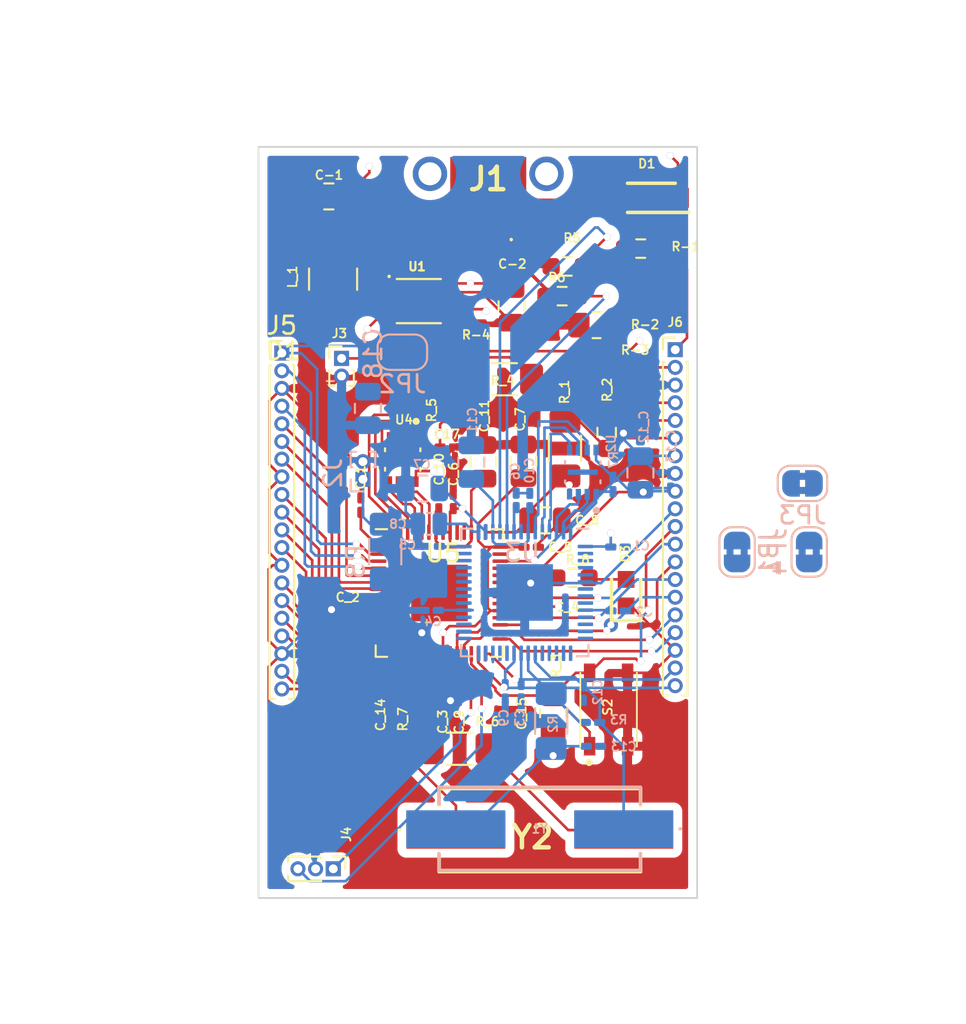
<source format=kicad_pcb>
(kicad_pcb (version 20211014) (generator pcbnew)
  (layers (0 "F.Cu" signal) (1 "In1.Cu" signal) (2 "In2.Cu" signal) (31 "B.Cu" signal) (34 "B.Paste" user) (35 "F.Paste" user) (36 "B.SilkS" user "B.Silkscreen") (37 "F.SilkS" user "F.Silkscreen") (38 "B.Mask" user) (39 "F.Mask" user) (44 "Edge.Cuts" user))
  (net 0 "")
  (net 1 "VSYS")
  (net 2 "GND")
  (net 3 "/TARGET/3V3")
  (net 4 "/debugger/1V1")
  (net 5 "/debugger/XIN")
  (net 6 "Net-(C13-Pad1)")
  (net 7 "Net-(C_8-Pad1)")
  (net 8 "/TARGET/1V1")
  (net 9 "/TARGET/XIN")
  (net 10 "Net-(C_15-Pad1)")
  (net 11 "VBUS")
  (net 12 "Net-(D3-Pad2)")
  (net 13 "USB_P-")
  (net 14 "USB_P+")
  (net 16 "Net-(J2-Pad1)")
  (net 17 "Net-(J3-Pad1)")
  (net 18 "SWCLK")
  (net 19 "SWDIO")
  (net 20 "/TARGET/GPIO0")
  (net 21 "/TARGET/GPIO1")
  (net 22 "/TARGET/GPIO2")
  (net 23 "/TARGET/GPIO3")
  (net 24 "/TARGET/GPIO4")
  (net 25 "/TARGET/GPIO5")
  (net 26 "/TARGET/GPIO6")
  (net 27 "/TARGET/GPIO7")
  (net 28 "/TARGET/GPIO8")
  (net 29 "/TARGET/GPIO9")
  (net 30 "/TARGET/GPIO10")
  (net 31 "/TARGET/GPIO11")
  (net 32 "/TARGET/GPIO12")
  (net 33 "/TARGET/GPIO13")
  (net 34 "/TARGET/GPIO14")
  (net 35 "/TARGET/GPIO15")
  (net 36 "3V3_EN")
  (net 37 "ADC_VREF")
  (net 38 "/TARGET/GPIO28_ADC2")
  (net 39 "/TARGET/GPIO27_ADC1")
  (net 40 "/TARGET/GPIO26_ADC0")
  (net 41 "/TARGET/RUN")
  (net 42 "/TARGET/GPIO22")
  (net 43 "/TARGET/GPIO21")
  (net 44 "/TARGET/GPIO20")
  (net 45 "/TARGET/GPIO19")
  (net 46 "/TARGET/GPIO18")
  (net 47 "/TARGET/GPIO17")
  (net 48 "/TARGET/GPIO16")
  (net 49 "TARGET_RX")
  (net 50 "TARGET_TX")
  (net 51 "Net-(L_1-Pad1)")
  (net 52 "Net-(L_1-Pad2)")
  (net 53 "GPIO24")
  (net 54 "GPIO23")
  (net 55 "/debugger/XOUT")
  (net 56 "/debugger/USB_DM")
  (net 57 "/debugger/USB_DP")
  (net 58 "/debugger/QSPI_CS")
  (net 59 "/TARGET/QSPI_CS")
  (net 60 "/TARGET/XOUT")
  (net 61 "/TARGET/GPIO25")
  (net 62 "/debugger/QSPI_SD2")
  (net 63 "/debugger/QSPI_SD1")
  (net 64 "/debugger/QSPI_SD3")
  (net 65 "/debugger/QSPI_SCK")
  (net 66 "/debugger/QSPI_SD0")
  (net 91 "/TARGET/QSPI_SD2")
  (net 92 "/TARGET/QSPI_SD1")
  (net 93 "/TARGET/QSPI_SD3")
  (net 94 "/TARGET/QSPI_SCK")
  (net 95 "/TARGET/QSPI_SD0")
  (net 100 "unconnected-(U3-Pad26)")
  (footprint "Capacitor_SMD:C_0201_0603Metric_Pad0.64x0.40mm_HandSolder" (layer "F.Cu") (at 118.52 73.59 90)
    (fp_text reference "C_10")
    (fp_text value "100n")
  )
  (footprint "MICRO USB B:101181930001LF" (layer "F.Cu") (at 121.32 55.12 180)
    (fp_text reference "J1")
    (fp_text value "USB_B_Micro" hide)
  )
  (footprint "Capacitor_SMD:C_0201_0603Metric_Pad0.64x0.40mm_HandSolder" (layer "F.Cu") (at 123.75 76.17)
    (fp_text reference "C_5")
    (fp_text value "100n")
  )
  (footprint "Capacitor_SMD:C_0805_2012Metric" (layer "F.Cu") (at 112.3 56.33 180)
    (fp_text reference "C-1")
    (fp_text value "47u")
  )
  (footprint "PTS810SJK250SMTRLFS:PTS810SJG250SMTRLFS" (layer "F.Cu") (at 128.13 85.35 90)
    (fp_text reference "S2")
    (fp_text value "PTS810SJK250SMTRLFS")
  )
  (footprint "Resistor_SMD:R_1206_3216Metric_Pad1.30x1.75mm_HandSolder" (layer "F.Cu") (at 125.66 70.59 -90)
    (fp_text reference "R_1")
    (fp_text value "1R")
  )
  (footprint "Resistor_SMD:R_0201_0603Metric_Pad0.64x0.40mm_HandSolder" (layer "F.Cu") (at 116.58 87.47 90)
    (fp_text reference "R_7")
    (fp_text value "DNP")
  )
  (footprint "Resistor_SMD:R_0603_1608Metric_Pad0.98x0.95mm_HandSolder" (layer "F.Cu") (at 128.02 69.67 -90)
    (fp_text reference "R_2")
    (fp_text value "200R")
  )
  (footprint "Resistor_SMD:R_0201_0603Metric_Pad0.64x0.40mm_HandSolder" (layer "F.Cu") (at 120.51 63.48)
    (fp_text reference "R-4")
    (fp_text value "100k")
  )
  (footprint "Resistor_SMD:R_0603_1608Metric_Pad0.98x0.95mm_HandSolder" (layer "F.Cu") (at 125.5 61.97)
    (fp_text reference "R6")
    (fp_text value "27")
  )
  (footprint "Capacitor_SMD:C_0201_0603Metric_Pad0.64x0.40mm_HandSolder" (layer "F.Cu") (at 123.22 87.49 90)
    (fp_text reference "C_15")
    (fp_text value "18p")
  )
  (footprint "Capacitor_SMD:C_0805_2012Metric" (layer "F.Cu") (at 124.53 74.65)
    (fp_text reference "C_8")
    (fp_text value "2u2")
  )
  (footprint "Capacitor_SMD:C_0201_0603Metric_Pad0.64x0.40mm_HandSolder" (layer "F.Cu") (at 113.43 79.73 180)
    (fp_text reference "C_2")
    (fp_text value "100n")
  )
  (footprint "Resistor_SMD:R_1206_3216Metric_Pad1.30x1.75mm_HandSolder" (layer "F.Cu") (at 122.22 66.67 180)
    (fp_text reference "R_4")
    (fp_text value "1K")
  )
  (footprint "Resistor_SMD:R_0805_2012Metric_Pad1.20x1.40mm_HandSolder" (layer "F.Cu") (at 124.99 85.56 -90)
    (fp_text reference "R_3")
    (fp_text value "10k")
  )
  (footprint "12MHz CRYSTAL:ABLS" (layer "F.Cu") (at 124.24 92.17)
    (fp_text reference "Y2")
    (fp_text value "12MHz" hide)
  )
  (footprint "Resistor_SMD:R_0201_0603Metric_Pad0.64x0.40mm_HandSolder" (layer "F.Cu") (at 118.97 68.44 90)
    (fp_text reference "R_5")
    (fp_text value "DNP")
  )
  (footprint "Capacitor_SMD:C_0805_2012Metric" (layer "F.Cu") (at 122.64 62.52 -90)
    (fp_text reference "C-2")
    (fp_text value "47u")
  )
  (footprint "Capacitor_SMD:C_0201_0603Metric_Pad0.64x0.40mm_HandSolder" (layer "F.Cu") (at 119.63 84.44 -90)
    (fp_text reference "C_9")
    (fp_text value "100n")
  )
  (footprint "Capacitor_SMD:C_0201_0603Metric_Pad0.64x0.40mm_HandSolder" (layer "F.Cu") (at 119.34 73.58 90)
    (fp_text reference "C_6")
    (fp_text value "100n")
  )
  (footprint "Connector_PinHeader_1.00mm:PinHeader_1x03_P1.00mm_Vertical" (layer "F.Cu") (at 112.55 94.36 -90)
    (fp_text reference "J4")
    (fp_text value "Conn_01x03")
  )
  (footprint "Connector_PinHeader_1.00mm:PinHeader_1x20_P1.00mm_Vertical" (layer "F.Cu") (at 109.64 65.19)
    (fp_text reference "J5")
    (fp_text value "Conn_01x20")
  )
  (footprint "schottky:SODFL3616X98N" (layer "F.Cu") (at 130.55 56.41 180)
    (fp_text reference "D1")
    (fp_text value "D_Schottky" hide)
  )
  (footprint "Resistor_SMD:R_0603_1608Metric_Pad0.98x0.95mm_HandSolder" (layer "F.Cu") (at 126.11 77.9)
    (fp_text reference "R_8")
    (fp_text value "470")
  )
  (footprint "Resistor_SMD:R_0603_1608Metric_Pad0.98x0.95mm_HandSolder" (layer "F.Cu") (at 129.95 59.28 180)
    (fp_text reference "R-1")
    (fp_text value "5K6")
  )
  (footprint "Connector_PinHeader_1.00mm:PinHeader_1x20_P1.00mm_Vertical" (layer "F.Cu") (at 131.9 65)
    (fp_text reference "J6")
    (fp_text value "Conn_01x20")
  )
  (footprint "Capacitor_SMD:C_0201_0603Metric_Pad0.64x0.40mm_HandSolder" (layer "F.Cu") (at 124.17 79.53)
    (fp_text reference "C_4")
    (fp_text value "100n")
  )
  (footprint "buck converter:SON50P250X250X80-11N" (layer "F.Cu") (at 117.39 62.25)
    (fp_text reference "U1")
    (fp_text value "RT6150B-33GQW")
  )
  (footprint "KiCad:LEDC1608X80N" (layer "F.Cu") (at 129.12 78.74 90)
    (fp_text reference "D3")
    (fp_text value "LED" hide)
  )
  (footprint "Connector_PinHeader_1.00mm:PinHeader_1x02_P1.00mm_Vertical" (layer "F.Cu") (at 113.02 65.49)
    (fp_text reference "J3")
    (fp_text value "Conn_01x02")
  )
  (footprint "Resistor_SMD:R_0603_1608Metric_Pad0.98x0.95mm_HandSolder" (layer "F.Cu") (at 125.79 60.29)
    (fp_text reference "R5")
    (fp_text value "27")
  )
  (footprint "Capacitor_SMD:C_0805_2012Metric" (layer "F.Cu") (at 121.05 71.34 90)
    (fp_text reference "C_11")
    (fp_text value "2u2")
  )
  (footprint "Package_DFN_QFN:QFN-56-1EP_7x7mm_P0.4mm_EP3.2x3.2mm" (layer "F.Cu") (at 118.56 78.76)
    (fp_text reference "U5")
    (fp_text value "RP2040 target")
  )
  (footprint "Capacitor_SMD:C_0201_0603Metric_Pad0.64x0.40mm_HandSolder" (layer "F.Cu") (at 114.11 73.79 90)
    (fp_text reference "C_1")
    (fp_text value "100n")
  )
  (footprint "Resistor_SMD:R_1206_3216Metric_Pad1.30x1.75mm_HandSolder" (layer "F.Cu") (at 119.7 87.57 180)
    (fp_text reference "R_6")
    (fp_text value "1k")
  )
  (footprint "Resistor_SMD:R_0201_0603Metric_Pad0.64x0.40mm_HandSolder" (layer "F.Cu") (at 127.89 65.08 180)
    (fp_text reference "R-3")
    (fp_text value "100k")
  )
  (footprint "W25Q16JVUXIQ_TR:IC_W25Q16JVUXIQ_TR" (layer "F.Cu") (at 116.48 71.21 -90)
    (fp_text reference "U4")
    (fp_text value "W25Q16JVUXIQ_TR")
  )
  (footprint "Capacitor_SMD:C_0201_0603Metric_Pad0.64x0.40mm_HandSolder" (layer "F.Cu") (at 118.72 84.44 -90)
    (fp_text reference "C_3")
    (fp_text value "100n")
  )
  (footprint "Inductor_SMD:L_1210_3225Metric_Pad1.42x2.65mm_HandSolder" (layer "F.Cu") (at 112.54 61.01 -90)
    (fp_text reference "L_1")
    (fp_text value "2u2")
  )
  (footprint "Resistor_SMD:R_0805_2012Metric_Pad1.20x1.40mm_HandSolder" (layer "F.Cu") (at 127.45 63.61 180)
    (fp_text reference "R-2")
    (fp_text value "10K")
  )
  (footprint "Capacitor_SMD:C_0201_0603Metric_Pad0.64x0.40mm_HandSolder" (layer "F.Cu") (at 119 70.5)
    (fp_text reference "C17")
    (fp_text value "100n")
  )
  (footprint "Capacitor_SMD:C_0201_0603Metric_Pad0.64x0.40mm_HandSolder" (layer "F.Cu") (at 115.21 87.49 -90)
    (fp_text reference "C_14")
    (fp_text value "18p")
  )
  (footprint "Capacitor_SMD:C_0805_2012Metric" (layer "F.Cu") (at 123.31 71.31 90)
    (fp_text reference "C_7")
    (fp_text value "2u2")
  )
  (footprint "Jumper:SolderJumper-2_P1.3mm_Bridged2Bar_RoundedPad1.0x1.5mm" (layer "B.Cu") (at 116.46 65.14)
    (fp_text reference "JP2")
    (fp_text value "SolderJumper_2_Bridged")
  )
  (footprint "Capacitor_SMD:C_0201_0603Metric_Pad0.64x0.40mm_HandSolder" (layer "B.Cu") (at 118.15 76.12 180)
    (fp_text reference "C5")
    (fp_text value "100n")
  )
  (footprint "Capacitor_SMD:C_0201_0603Metric_Pad0.64x0.40mm_HandSolder" (layer "B.Cu") (at 128.66 76.16)
    (fp_text reference "C1")
    (fp_text value "100n")
  )
  (footprint "Capacitor_SMD:C_0201_0603Metric_Pad0.64x0.40mm_HandSolder" (layer "B.Cu") (at 123.67 73.53 90)
    (fp_text reference "C10")
    (fp_text value "100n")
  )
  (footprint "Jumper:SolderJumper-2_P1.3mm_Bridged2Bar_RoundedPad1.0x1.5mm" (layer "B.Cu") (at 139.48 76.44 -90)
    (fp_text reference "JP4")
    (fp_text value "SolderJumper_2_Bridged")
  )
  (footprint "Capacitor_SMD:C_0201_0603Metric_Pad0.64x0.40mm_HandSolder" (layer "B.Cu") (at 126.7 84.42 -90)
    (fp_text reference "C12")
    (fp_text value "18p")
  )
  (footprint "Capacitor_SMD:C_0201_0603Metric_Pad0.64x0.40mm_HandSolder" (layer "B.Cu") (at 127.27 87.43)
    (fp_text reference "C13")
    (fp_text value "18p")
  )
  (footprint "Capacitor_SMD:C_0201_0603Metric_Pad0.64x0.40mm_HandSolder" (layer "B.Cu") (at 122.28 84.35 -90)
    (fp_text reference "C9")
    (fp_text value "100n")
  )
  (footprint "Jumper:SolderJumper-2_P1.3mm_Bridged2Bar_RoundedPad1.0x1.5mm" (layer "B.Cu") (at 139.1 72.56)
    (fp_text reference "JP3")
    (fp_text value "SolderJumper_2_Bridged")
  )
  (footprint "Capacitor_SMD:C_0201_0603Metric_Pad0.64x0.40mm_HandSolder" (layer "B.Cu") (at 122.9 73.52 90)
    (fp_text reference "C6")
    (fp_text value "100n")
  )
  (footprint "Capacitor_SMD:C_0504_1310Metric_Pad0.83x1.28mm_HandSolder" (layer "B.Cu") (at 117.96 74.85)
    (fp_text reference "C8")
    (fp_text value "1u")
  )
  (footprint "Capacitor_SMD:C_0805_2012Metric" (layer "B.Cu") (at 129.93 71.97 90)
    (fp_text reference "C_12")
    (fp_text value "2u2")
  )
  (footprint "Capacitor_SMD:C_0201_0603Metric_Pad0.64x0.40mm_HandSolder" (layer "B.Cu") (at 123.18 84.34 -90)
    (fp_text reference "C3")
    (fp_text value "100n")
  )
  (footprint "Capacitor_SMD:C_0805_2012Metric" (layer "B.Cu") (at 117.6 72.85 180)
    (fp_text reference "C7")
    (fp_text value "2u2")
  )
  (footprint "Capacitor_SMD:C_0201_0603Metric_Pad0.64x0.40mm_HandSolder" (layer "B.Cu") (at 128.67 79.77)
    (fp_text reference "C2")
    (fp_text value "100n")
  )
  (footprint "Capacitor_SMD:C_0201_0603Metric_Pad0.64x0.40mm_HandSolder" (layer "B.Cu") (at 118.09 79.74 180)
    (fp_text reference "C4")
    (fp_text value "100n")
  )
  (footprint "Resistor_SMD:R_1206_3216Metric_Pad1.30x1.75mm_HandSolder" (layer "B.Cu") (at 124.88 86 90)
    (fp_text reference "R2")
    (fp_text value "1k")
  )
  (footprint "Capacitor_SMD:C_0805_2012Metric" (layer "B.Cu") (at 120.36 71.36 90)
    (fp_text reference "C11")
    (fp_text value "2u2")
  )
  (footprint "Connector_PinHeader_1.00mm:PinHeader_1x02_P1.00mm_Vertical" (layer "B.Cu") (at 114.23 72.33)
    (fp_text reference "J2")
    (fp_text value "Conn_01x02")
  )
  (footprint "Capacitor_SMD:C_0201_0603Metric_Pad0.64x0.40mm_HandSolder" (layer "B.Cu") (at 131.64 72.42 90)
    (fp_text reference "C_13")
    (fp_text value "100n")
  )
  (footprint "Resistor_SMD:R_0201_0603Metric_Pad0.64x0.40mm_HandSolder" (layer "B.Cu") (at 128.38 72.62 -90)
    (fp_text reference "R7")
    (fp_text value "DNP")
  )
  (footprint "Resistor_SMD:R_1206_3216Metric_Pad1.30x1.75mm_HandSolder" (layer "B.Cu") (at 115.49 76.42 -90)
    (fp_text reference "R8")
    (fp_text value "1K")
  )
  (footprint "Jumper:SolderJumper-2_P1.3mm_Bridged2Bar_RoundedPad1.0x1.5mm" (layer "B.Cu") (at 135.4 76.44 90)
    (fp_text reference "JP1")
    (fp_text value "SolderJumper_2_Bridged")
  )
  (footprint "12MHz CRYSTAL:ABLS" (layer "B.Cu") (at 124.23 92.1 180)
    (fp_text reference "Y1")
    (fp_text value "12MHz" hide)
  )
  (footprint "Package_DFN_QFN:QFN-56-1EP_7x7mm_P0.4mm_EP3.2x3.2mm" (layer "B.Cu") (at 123.38 78.73 180)
    (fp_text reference "U3")
    (fp_text value "RP2040 debugger")
  )
  (footprint "W25Q16JVUXIQ_TR:IC_W25Q16JVUXIQ_TR" (layer "B.Cu") (at 126.67 71.9225 90)
    (fp_text reference "U2")
    (fp_text value "W25Q16JVUXIQ_TR")
  )
  (footprint "Resistor_SMD:R_0201_0603Metric_Pad0.64x0.40mm_HandSolder" (layer "B.Cu") (at 127.22 86.08 180)
    (fp_text reference "R3")
    (fp_text value "DNP")
  )
  (footprint "Capacitor_SMD:C_0805_2012Metric" (layer "B.Cu") (at 114.51 68.32 -90)
    (fp_text reference "C18")
    (fp_text value "2u2")
  )
  (gr_rect (start 108.32 53.53) (end 133.14 96.01) (layer "Edge.Cuts") (width 0.1) (fill none))
  (gr_text "D1\n" (at 109.73 65.07) (layer "F.SilkS") (effects (font (size 1 1))))
  (segment (start 119.92 62.71) (end 121.1 62.71) (width 0.15) (layer "F.Cu") (net 1))
  (segment (start 129.3 65.08) (end 129.89 64.49) (width 0.15) (layer "F.Cu") (net 1))
  (segment (start 129.2175 66) (end 128.2975 65.08) (width 0.15) (layer "F.Cu") (net 1))
  (segment (start 128.2975 65.08) (end 129.3 65.08) (width 0.15) (layer "F.Cu") (net 1))
  (segment (start 119.46 62.25) (end 118.595 62.25) (width 0.15) (layer "F.Cu") (net 1))
  (segment (start 132.05 56.41) (end 132.05 54.45) (width 0.15) (layer "F.Cu") (net 1))
  (segment (start 116.185 63.25) (end 115.04 63.25) (width 0.15) (layer "F.Cu") (net 1))
  (segment (start 115.04 63.25) (end 114.48 63.81) (width 0.15) (layer "F.Cu") (net 1))
  (segment (start 119.92 62.71) (end 119.46 62.25) (width 0.15) (layer "F.Cu") (net 1))
  (segment (start 114.59 54.99) (end 114.59 54.63) (width 0.15) (layer "F.Cu") (net 1))
  (segment (start 121.1 62.71) (end 121.2 62.81) (width 0.15) (layer "F.Cu") (net 1))
  (segment (start 113.25 56.33) (end 114.59 54.99) (width 0.15) (layer "F.Cu") (net 1))
  (segment (start 132.05 54.45) (end 131.62 54.02) (width 0.15) (layer "F.Cu") (net 1))
  (segment (start 131.9 66) (end 129.2175 66) (width 0.15) (layer "F.Cu") (net 1))
  (via (at 121.2 62.81) (size 0.4) (drill 0.4) (layers "F.Cu" "B.Cu") (net 1))
  (via (at 114.59 54.63) (size 0.4) (drill 0.4) (layers "F.Cu" "B.Cu") (net 1))
  (via (at 114.48 63.81) (size 0.4) (drill 0.4) (layers "F.Cu" "B.Cu") (net 1))
  (via (at 129.89 64.49) (size 0.4) (drill 0.4) (layers "F.Cu" "B.Cu") (net 1))
  (via (at 131.62 54.02) (size 0.4) (drill 0.4) (layers "F.Cu" "B.Cu") (net 1))
  (segment (start 118.96533 70.975) (end 119.4075 70.53283) (width 0.15) (layer "F.Cu") (net 2))
  (segment (start 117.56 82.1975) (end 117.56 81.01) (width 0.15) (layer "F.Cu") (net 2))
  (segment (start 114.58 68.98) (end 114.58 73.299949) (width 0.15) (layer "F.Cu") (net 2))
  (segment (start 109.64 82.19) (end 108.895 82.935) (width 0.15) (layer "F.Cu") (net 2))
  (segment (start 120.02 59.57) (end 119.95 59.64) (width 0.15) (layer "F.Cu") (net 2))
  (segment (start 111.82 67.19) (end 112.14 66.87) (width 0.15) (layer "F.Cu") (net 2))
  (segment (start 117.23 69.51) (end 118.7075 68.0325) (width 0.15) (layer "F.Cu") (net 2))
  (segment (start 109.64 82.19) (end 108.895 81.445) (width 0.15) (layer "F.Cu") (net 2))
  (segment (start 117.69 70.76) (end 117.905 70.975) (width 0.15) (layer "F.Cu") (net 2))
  (segment (start 125.79 74.65) (end 126.76 73.68) (width 0.15) (layer "F.Cu") (net 2))
  (segment (start 117.23 69.96) (end 117.23 69.51) (width 0.15) (layer "F.Cu") (net 2))
  (segment (start 109.12 77.19) (end 109.64 77.19) (width 0.15) (layer "F.Cu") (net 2))
  (segment (start 119.4075 70.53283) (end 119.4075 70.5) (width 0.15) (layer "F.Cu") (net 2))
  (segment (start 130.875 80.255) (end 130.515 80.615) (width 0.15) (layer "F.Cu") (net 2))
  (segment (start 122.64 63.47) (end 123.46 63.47) (width 0.15) (layer "F.Cu") (net 2))
  (segment (start 118.56 80.01) (end 118.56 78.76) (width 0.15) (layer "F.Cu") (net 2))
  (segment (start 109.64 72.19) (end 108.94 71.49) (width 0.15) (layer "F.Cu") (net 2))
  (segment (start 114.11 73.3825) (end 114.11 71.66) (width 0.15) (layer "F.Cu") (net 2))
  (segment (start 115.73 69.96) (end 115.73 70.46) (width 0.15) (layer "F.Cu") (net 2))
  (segment (start 109.64 67.19) (end 111.82 67.19) (width 0.15) (layer "F.Cu") (net 2))
  (segment (start 117.665 70.785) (end 117.69 70.76) (width 0.15) (layer "F.Cu") (net 2))
  (segment (start 114.58 73.299949) (end 115.96 74.679948) (width 0.15) (layer "F.Cu") (net 2))
  (segment (start 118.7075 68.0325) (end 118.97 68.0325) (width 0.15) (layer "F.Cu") (net 2))
  (segment (start 120.92 61.75) (end 120.94 61.77) (width 0.15) (layer "F.Cu") (net 2))
  (segment (start 108.94 67.89) (end 109.64 67.19) (width 0.15) (layer "F.Cu") (net 2))
  (segment (start 119.1825 84.8475) (end 119.63 84.8475) (width 0.15) (layer "F.Cu") (net 2))
  (segment (start 124.1575 76.17) (end 124.1575 75.9725) (width 0.15) (layer "F.Cu") (net 2))
  (segment (start 120.9175 63.48) (end 122.63 63.48) (width 0.15) (layer "F.Cu") (net 2))
  (segment (start 117.56 81.01) (end 118.56 80.01) (width 0.15) (layer "F.Cu") (net 2))
  (segment (start 108.94 71.49) (end 108.94 67.89) (width 0.15) (layer "F.Cu") (net 2))
  (segment (start 112.63 66.88) (end 112.13 66.88) (width 0.15) (layer "F.Cu") (net 2))
  (segment (start 113.0225 79.73) (end 112.48 79.73) (width 0.15) (layer "F.Cu") (net 2))
  (segment (start 124.1575 75.9725) (end 125.48 74.65) (width 0.15) (layer "F.Cu") (net 2))
  (segment (start 117.89 61.75) (end 118.595 61.75) (width 0.15) (layer "F.Cu") (net 2))
  (segment (start 117.23 69.46) (end 116.455 68.685) (width 0.15) (layer "F.Cu") (net 2))
  (segment (start 119.34 71) (end 119.34 70.5675) (width 0.15) (layer "F.Cu") (net 2))
  (segment (start 117.23 69.96) (end 117.23 69.46) (width 0.15) (layer "F.Cu") (net 2))
  (segment (start 108.895 81.445) (end 108.895 77.415) (width 0.15) (layer "F.Cu") (net 2))
  (segment (start 122.63 63.48) (end 122.64 63.47) (width 0.15) (layer "F.Cu") (net 2))
  (segment (start 129.205 83.275) (end 130.625 83.275) (width 0.15) (layer "F.Cu") (net 2))
  (segment (start 114.875 68.685) (end 114.58 68.98) (width 0.15) (layer "F.Cu") (net 2))
  (segment (start 125.48 74.65) (end 125.79 74.65) (width 0.15) (layer "F.Cu") (net 2))
  (segment (start 125.96 63.12) (end 126.45 63.61) (width 0.15) (layer "F.Cu") (net 2))
  (segment (start 124.37 63.12) (end 125.96 63.12) (width 0.15) (layer "F.Cu") (net 2))
  (segment (start 112.48 79.73) (end 112.45 79.7) (width 0.15) (layer "F.Cu") (net 2))
  (segment (start 129.39 79.49) (end 130.515 80.615) (width 0.15) (layer "F.Cu") (net 2))
  (segment (start 108.895 82.935) (end 108.895 85.47) (width 0.15) (layer "F.Cu") (net 2))
  (segment (start 116.185 62.25) (end 117.39 62.25) (width 0.15) (layer "F.Cu") (net 2))
  (segment (start 118.72 84.8475) (end 118.72 84.92) (width 0.15) (layer "F.Cu") (net 2))
  (segment (start 118.72 84.8475) (end 119.1825 84.8475) (width 0.15) (layer "F.Cu") (net 2))
  (segment (start 118.97 68.0325) (end 119.3075 68.0325) (width 0.15) (layer "F.Cu") (net 2))
  (segment (start 130.875 78.025) (end 130.875 80.255) (width 0.15) (layer "F.Cu") (net 2))
  (segment (start 117.905 70.975) (end 118.96533 70.975) (width 0.15) (layer "F.Cu") (net 2))
  (segment (start 119.34 70.5675) (end 119.4075 70.5) (width 0.15) (layer "F.Cu") (net 2))
  (segment (start 117.39 62.25) (end 117.89 61.75) (width 0.15) (layer "F.Cu") (net 2))
  (segment (start 119.33 73.1825) (end 119.34 73.1725) (width 0.15) (layer "F.Cu") (net 2))
  (segment (start 115.96 74.679948) (end 115.96 75.3225) (width 0.15) (layer "F.Cu") (net 2))
  (segment (start 108.94 72.89) (end 109.64 72.19) (width 0.15) (layer "F.Cu") (net 2))
  (segment (start 118.52 73.1825) (end 119.33 73.1825) (width 0.15) (layer "F.Cu") (net 2))
  (segment (start 129.205 87.425) (end 129.205 83.275) (width 0.15) (layer "F.Cu") (net 2))
  (segment (start 119.34 73.1725) (end 119.34 71.97) (width 0.15) (layer "F.Cu") (net 2))
  (segment (start 118.595 61.75) (end 120.92 61.75) (width 0.15) (layer "F.Cu") (net 2))
  (segment (start 130.515 80.615) (end 131.9 82) (width 0.15) (layer "F.Cu") (net 2))
  (segment (start 114.11 71.66) (end 109.64 67.19) (width 0.15) (layer "F.Cu") (net 2))
  (segment (start 119.34 71.97) (end 119.34 71) (width 0.15) (layer "F.Cu") (net 2))
  (segment (start 130.625 83.275) (end 131.9 82) (width 0.15) (layer "F.Cu") (net 2))
  (segment (start 116.055 70.785) (end 117.665 70.785) (width 0.15) (layer "F.Cu") (net 2))
  (segment (start 123.81 63.12) (end 124.37 63.12) (width 0.15) (layer "F.Cu") (net 2))
  (segment (start 108.94 76.49) (end 108.94 72.89) (width 0.15) (layer "F.Cu") (net 2))
  (segment (start 131.9 77) (end 130.875 78.025) (width 0.15) (layer "F.Cu") (net 2))
  (segment (start 115.73 70.46) (end 116.055 70.785) (width 0.15) (layer "F.Cu") (net 2))
  (segment (start 109.64 77.19) (end 108.94 76.49) (width 0.15) (layer "F.Cu") (net 2))
  (segment (start 125.29 79.53) (end 125.3 79.52) (width 0.15) (layer "F.Cu") (net 2))
  (segment (start 108.895 77.415) (end 109.12 77.19) (width 0.15) (layer "F.Cu") (net 2))
  (segment (start 116.455 68.685) (end 114.875 68.685) (width 0.15) (layer "F.Cu") (net 2))
  (segment (start 124.5775 79.53) (end 125.29 79.53) (width 0.15) (layer "F.Cu") (net 2))
  (segment (start 123.46 63.47) (end 123.81 63.12) (width 0.15) (layer "F.Cu") (net 2))
  (segment (start 119.3075 68.0325) (end 120.67 66.67) (width 0.15) (layer "F.Cu") (net 2))
  (segment (start 120.02 57.725) (end 120.02 59.57) (width 0.15) (layer "F.Cu") (net 2))
  (segment (start 129.12 79.49) (end 129.39 79.49) (width 0.15) (layer "F.Cu") (net 2))
  (segment (start 120.94 61.77) (end 122.64 63.47) (width 0.15) (layer "F.Cu") (net 2))
  (segment (start 113.02 66.49) (end 112.63 66.88) (width 0.15) (layer "F.Cu") (net 2))
  (via (at 117.56 81.01) (size 0.4) (drill 0.4) (layers "F.Cu" "B.Cu") (net 2))
  (via (at 119.1825 84.8475) (size 0.4) (drill 0.4) (layers "F.Cu" "B.Cu") (net 2))
  (via (at 125.3 79.52) (size 0.4) (drill 0.4) (layers "F.Cu" "B.Cu") (net 2))
  (via (at 112.45 79.7) (size 0.4) (drill 0.4) (layers "F.Cu" "B.Cu") (net 2))
  (segment (start 116.62 72.82) (end 116.65 72.85) (width 0.15) (layer "B.Cu") (net 2))
  (segment (start 117.6825 79.74) (end 117.7 79.7575) (width 0.15) (layer "B.Cu") (net 2))
  (segment (start 112.13 79.7) (end 112.42 79.7) (width 0.15) (layer "B.Cu") (net 2))
  (segment (start 117.3325 74.85) (end 117.3325 75.71) (width 0.15) (layer "B.Cu") (net 2))
  (segment (start 114.23 72.33) (end 114.23 74.45) (width 0.15) (layer "B.Cu") (net 2))
  (segment (start 114.23 74.45) (end 114.65 74.87) (width 0.15) (layer "B.Cu") (net 2))
  (segment (start 123.66 73.1125) (end 123.67 73.1225) (width 0.15) (layer "B.Cu") (net 2))
  (segment (start 114.65 74.87) (end 115.49 74.87) (width 0.15) (layer "B.Cu") (net 2))
  (segment (start 122.9 73.1125) (end 123.66 73.1125) (width 0.15) (layer "B.Cu") (net 2))
  (segment (start 123.17 84.7575) (end 123.18 84.7475) (width 0.15) (layer "B.Cu") (net 2))
  (segment (start 117.7425 79.68) (end 117.6825 79.74) (width 0.15) (layer "B.Cu") (net 2))
  (segment (start 117.3325 75.71) (end 117.7425 76.12) (width 0.15) (layer "B.Cu") (net 2))
  (segment (start 116.65 72.85) (end 116.65 74.1675) (width 0.15) (layer "B.Cu") (net 2))
  (segment (start 116.65 74.1675) (end 117.3325 74.85) (width 0.15) (layer "B.Cu") (net 2))
  (segment (start 109.64 82.19) (end 112.13 79.7) (width 0.15) (layer "B.Cu") (net 2))
  (segment (start 118.76 75.3225) (end 119.16 75.3225) (width 0.15) (layer "F.Cu") (net 3))
  (segment (start 120.575 80.635) (end 121.45 79.76) (width 0.15) (layer "F.Cu") (net 3))
  (segment (start 118.2025 71.8625) (end 118.225 71.885) (width 0.15) (layer "F.Cu") (net 3))
  (segment (start 117.23 71.8625) (end 118.2025 71.8625) (width 0.15) (layer "F.Cu") (net 3))
  (segment (start 119.8575 73.9875) (end 119.86 73.99) (width 0.15) (layer "F.Cu") (net 3))
  (segment (start 123.7 77.36) (end 123.73 77.39) (width 0.15) (layer "F.Cu") (net 3))
  (segment (start 118.595 61.25) (end 120.31 61.25) (width 0.15) (layer "F.Cu") (net 3))
  (segment (start 124.32 77.39) (end 128.54 73.17) (width 0.15) (layer "F.Cu") (net 3))
  (segment (start 118.76 80.995356) (end 119.120356 80.635) (width 0.15) (layer "F.Cu") (net 3))
  (segment (start 113.8675 79.76) (end 113.8375 79.73) (width 0.15) (layer "F.Cu") (net 3))
  (segment (start 115.1225 76.16) (end 115.619619 76.16) (width 0.15) (layer "F.Cu") (net 3))
  (segment (start 120.76 74.825381) (end 120.76 75.3225) (width 0.15) (layer "F.Cu") (net 3))
  (segment (start 121.285 76.375381) (end 121.285 79.595) (width 0.15) (layer "F.Cu") (net 3))
  (segment (start 119.16 74.1675) (end 119.34 73.9875) (width 0.15) (layer "F.Cu") (net 3))
  (segment (start 115.835 79.55) (end 115.625 79.76) (width 0.15) (layer "F.Cu") (net 3))
  (segment (start 118.74 83.6025) (end 118.74 82.2175) (width 0.15) (layer "F.Cu") (net 3))
  (segment (start 128.02 68.7575) (end 128.2625 69) (width 0.15) (layer "F.Cu") (net 3))
  (segment (start 118.225 71.885) (end 118.28 71.94) (width 0.15) (layer "F.Cu") (net 3))
  (segment (start 120.76 75.819619) (end 121.100381 76.16) (width 0.15) (layer "F.Cu") (net 3))
  (segment (start 123.31 72.26) (end 123.31 72.275381) (width 0.15) (layer "F.Cu") (net 3))
  (segment (start 121.9975 79.76) (end 123.5325 79.76) (width 0.15) (layer "F.Cu") (net 3))
  (segment (start 123.31 72.275381) (end 122.25269 73.33269) (width 0.15) (layer "F.Cu") (net 3))
  (segment (start 118.76 82.1975) (end 118.76 80.995356) (width 0.15) (layer "F.Cu") (net 3))
  (segment (start 116.185 61.25) (end 116.46 60.975) (width 0.15) (layer "F.Cu") (net 3))
  (segment (start 128.54 73.17) (end 128.66 73.05) (width 0.15) (layer "F.Cu") (net 3))
  (segment (start 121.100381 76.16) (end 121.9975 76.16) (width 0.15) (layer "F.Cu") (net 3))
  (segment (start 118.72 83.6225) (end 118.74 83.6025) (width 0.15) (layer "F.Cu") (net 3))
  (segment (start 122.25269 73.33269) (end 120.76 74.825381) (width 0.15) (layer "F.Cu") (net 3))
  (segment (start 121.500381 76.16) (end 121.285 76.375381) (width 0.15) (layer "F.Cu") (net 3))
  (segment (start 128.2625 69) (end 131.9 69) (width 0.15) (layer "F.Cu") (net 3))
  (segment (start 122.0075 76.17) (end 121.9975 76.16) (width 0.15) (layer "F.Cu") (net 3))
  (segment (start 121.9975 77.36) (end 123.7 77.36) (width 0.15) (layer "F.Cu") (net 3))
  (segment (start 121.9975 76.96) (end 123.9 76.96) (width 0.15) (layer "F.Cu") (net 3))
  (segment (start 114.11 74.1975) (end 114.11 75.1475) (width 0.15) (layer "F.Cu") (net 3))
  (segment (start 116.46 60.975) (end 118.32 60.975) (width 0.15) (layer "F.Cu") (net 3))
  (segment (start 118.32 60.975) (end 118.595 61.25) (width 0.15) (layer "F.Cu") (net 3))
  (segment (start 121.285 79.595) (end 121.45 79.76) (width 0.15) (layer "F.Cu") (net 3))
  (segment (start 118.74 82.2175) (end 118.76 82.1975) (width 0.15) (layer "F.Cu") (net 3))
  (segment (start 119.16 75.3225) (end 119.16 75.819619) (width 0.15) (layer "F.Cu") (net 3))
  (segment (start 114.11 75.1475) (end 115.1225 76.16) (width 0.15) (layer "F.Cu") (net 3))
  (segment (start 119.34 73.9875) (end 119.8575 73.9875) (width 0.15) (layer "F.Cu") (net 3))
  (segment (start 120.31 61.25) (end 122.32 61.25) (width 0.15) (layer "F.Cu") (net 3))
  (segment (start 118.72 84.0325) (end 118.72 83.6225) (width 0.15) (layer "F.Cu") (net 3))
  (segment (start 128.66 73.05) (end 130.09 73.05) (width 0.15) (layer "F.Cu") (net 3))
  (segment (start 118.5925 69.7875) (end 118.5925 69.225) (width 0.15) (layer "F.Cu") (net 3))
  (segment (start 119.16 75.3225) (end 119.16 74.1675) (width 0.15) (layer "F.Cu") (net 3))
  (segment (start 120.76 75.819619) (end 120.76 75.3225) (width 0.15) (layer "F.Cu") (net 3))
  (segment (start 115.619619 76.16) (end 115.835 76.375381) (width 0.15) (layer "F.Cu") (net 3))
  (segment (start 118.5925 69.225) (end 118.97 68.8475) (width 0.15) (layer "F.Cu") (net 3))
  (segment (start 123.73 77.39) (end 124.32 77.39) (width 0.15) (layer "F.Cu") (net 3))
  (segment (start 115.1225 79.76) (end 113.8675 79.76) (width 0.15) (layer "F.Cu") (net 3))
  (segment (start 123.3425 76.17) (end 122.0075 76.17) (width 0.15) (layer "F.Cu") (net 3))
  (segment (start 115.835 76.375381) (end 115.835 79.55) (width 0.15) (layer "F.Cu") (net 3))
  (segment (start 117.23 72.46) (end 117.23 71.8625) (width 0.15) (layer "F.Cu") (net 3))
  (segment (start 115.625 79.76) (end 115.1225 79.76) (width 0.15) (layer "F.Cu") (net 3))
  (segment (start 123.9 76.96) (end 123.945 76.915) (width 0.15) (layer "F.Cu") (net 3))
  (segment (start 119.120356 80.635) (end 120.575 80.635) (width 0.15) (layer "F.Cu") (net 3))
  (segment (start 121.45 79.76) (end 121.9975 79.76) (width 0.15) (layer "F.Cu") (net 3))
  (segment (start 123.5325 79.76) (end 123.7625 79.53) (width 0.15) (layer "F.Cu") (net 3))
  (segment (start 118.5925 70.5) (end 118.5925 69.7875) (width 0.15) (layer "F.Cu") (net 3))
  (segment (start 122.32 61.25) (end 122.64 61.57) (width 0.15) (layer "F.Cu") (net 3))
  (segment (start 121.9975 76.16) (end 121.500381 76.16) (width 0.15) (layer "F.Cu") (net 3))
  (via (at 118.76 80.995356) (size 0.4) (drill 0.4) (layers "F.Cu" "B.Cu") (net 3))
  (via (at 120.31 61.25) (size 0.4) (drill 0.4) (layers "F.Cu" "B.Cu") (net 3))
  (via (at 118.5925 69.7875) (size 0.4) (drill 0.4) (layers "F.Cu" "B.Cu") (net 3))
  (via (at 119.8575 73.9875) (size 0.4) (drill 0.4) (layers "F.Cu" "B.Cu") (net 3))
  (via (at 130.09 73.05) (size 0.4) (drill 0.4) (layers "F.Cu" "B.Cu") (net 3))
  (via (at 128.25 75.38) (size 0.4) (drill 0.4) (layers "F.Cu" "B.Cu") (net 3))
  (via (at 123.945 76.915) (size 0.4) (drill 0.4) (layers "F.Cu" "B.Cu") (net 3))
  (via (at 128.97 69.72) (size 0.4) (drill 0.4) (layers "F.Cu" "B.Cu") (net 3))
  (via (at 118.225 71.885) (size 0.4) (drill 0.4) (layers "F.Cu" "B.Cu") (net 3))
  (segment (start 126.92 73.667474) (end 126.92 73.1725) (width 0.15) (layer "B.Cu") (net 3))
  (segment (start 118.7375 72.85) (end 121.18 75.2925) (width 0.15) (layer "B.Cu") (net 3))
  (segment (start 125.2 74.48) (end 125.9325 73.7475) (width 0.15) (layer "B.Cu") (net 3))
  (segment (start 126.345 73.7475) (end 126.42 73.6725) (width 0.15) (layer "B.Cu") (net 3))
  (segment (start 127.42 71.2525) (end 127.42 70.6725) (width 0.15) (layer "B.Cu") (net 3))
  (segment (start 126.8175 76.13) (end 128.2225 76.13) (width 0.15) (layer "B.Cu") (net 3))
  (segment (start 131.64 72.0125) (end 130.9225 72.0125) (width 0.15) (layer "B.Cu") (net 3))
  (segment (start 125.9325 73.7475) (end 126.345 73.7475) (width 0.15) (layer "B.Cu") (net 3))
  (segment (start 128.2525 75.3825) (end 128.25 75.38) (width 0.15) (layer "B.Cu") (net 3))
  (segment (start 123.945 76.915) (end 123.91 76.95) (width 0.15) (layer "B.Cu") (net 3))
  (segment (start 127.565 73.0275) (end 127.42 73.1725) (width 0.15) (layer "B.Cu") (net 3))
  (segment (start 118.5675 76.13) (end 118.5575 76.12) (width 0.15) (layer "B.Cu") (net 3))
  (segment (start 131.9 71) (end 129.86 71) (width 0.15) (layer "B.Cu") (net 3))
  (segment (start 118.5875 74.85) (end 120.0375 74.85) (width 0.15) (layer "B.Cu") (net 3))
  (segment (start 118.55 72.85) (end 118.7375 72.85) (width 0.15) (layer "B.Cu") (net 3))
  (segment (start 125.58 75.2925) (end 125.58 74.75) (width 0.15) (layer "B.Cu") (net 3))
  (segment (start 128.2525 76.16) (end 128.2525 75.3825) (width 0.15) (layer "B.Cu") (net 3))
  (segment (start 129.25 72.92) (end 128.59 72.26) (width 0.15) (layer "B.Cu") (net 3))
  (segment (start 122.78 74.0475) (end 122.9 73.9275) (width 0.15) (layer "B.Cu") (net 3))
  (segment (start 126.2325 74.0975) (end 126.489974 74.0975) (width 0.15) (layer "B.Cu") (net 3))
  (segment (start 119.9425 79.73) (end 118.5075 79.73) (width 0.15) (layer "B.Cu") (net 3))
  (segment (start 129.86 71) (end 123.945 76.915) (width 0.15) (layer "B.Cu") (net 3))
  (segment (start 128.97 70.06) (end 128.97 69.72) (width 0.15) (layer "B.Cu") (net 3))
  (segment (start 119.9425 79.73) (end 120.439619 79.73) (width 0.15) (layer "B.Cu") (net 3))
  (segment (start 118.5075 79.73) (end 118.4975 79.74) (width 0.15) (layer "B.Cu") (net 3))
  (segment (start 130.14 73) (end 131.9 73) (width 0.15) (layer "B.Cu") (net 3))
  (segment (start 125.58 75.2925) (end 125.6 75.2725) (width 0.15) (layer "B.Cu") (net 3))
  (segment (start 125.98 75.102448) (end 125.98 75.2925) (width 0.15) (layer "B.Cu") (net 3))
  (segment (start 119.9425 76.13) (end 118.5675 76.13) (width 0.15) (layer "B.Cu") (net 3))
  (segment (start 129.93 71.02) (end 128.97 70.06) (width 0.15) (layer "B.Cu") (net 3))
  (segment (start 126.42 73.6725) (end 126.42 73.1725) (width 0.15) (layer "B.Cu") (net 3))
  (segment (start 128.38 72.2125) (end 127.42 71.2525) (width 0.15) (layer "B.Cu") (net 3))
  (segment (start 122.78 75.2925) (end 123.18 75.2925) (width 0.15) (layer "B.Cu") (net 3))
  (segment (start 126.489974 74.0975) (end 126.92 73.667474) (width 0.15) (layer "B.Cu") (net 3))
  (segment (start 128.2225 76.13) (end 128.2525 76.16) (width 0.15) (layer "B.Cu") (net 3))
  (segment (start 125.18 75.2925) (end 125.2 75.2725) (width 0.15) (layer "B.Cu") (net 3))
  (segment (start 120.0375 74.85) (end 120.48 75.2925) (width 0.15) (layer "B.Cu") (net 3))
  (segment (start 125.2 75.2725) (end 125.2 74.48) (width 0.15) (layer "B.Cu") (net 3))
  (segment (start 128.38 73.0275) (end 127.565 73.0275) (width 0.15) (layer "B.Cu") (net 3))
  (segment (start 127.42 73.1725) (end 127.42 73.662448) (width 0.15) (layer "B.Cu") (net 3))
  (segment (start 129.93 72.92) (end 129.25 72.92) (width 0.15) (layer "B.Cu") (net 3))
  (segment (start 120.78 75.2925) (end 120.48 75.2925) (width 0.15) (layer "B.Cu") (net 3))
  (segment (start 131.64 72.8275) (end 130.0225 72.8275) (width 0.15) (layer "B.Cu") (net 3))
  (segment (start 127.42 73.662448) (end 125.98 75.102448) (width 0.15) (layer "B.Cu") (net 3))
  (segment (start 130.0225 72.8275) (end 129.93 72.92) (width 0.15) (layer "B.Cu") (net 3))
  (segment (start 130.09 73.05) (end 130.14 73) (width 0.15) (layer "B.Cu") (net 3))
  (segment (start 130.9225 72.0125) (end 129.93 71.02) (width 0.15) (layer "B.Cu") (net 3))
  (segment (start 125.58 74.75) (end 126.2325 74.0975) (width 0.15) (layer "B.Cu") (net 3))
  (segment (start 122.78 75.2925) (end 122.78 74.0475) (width 0.15) (layer "B.Cu") (net 3))
  (segment (start 121.58 75.839619) (end 121.58 75.2925) (width 0.15) (layer "B.Cu") (net 4))
  (segment (start 123.364619 76.005) (end 121.745381 76.005) (width 0.15) (layer "B.Cu") (net 4))
  (segment (start 123.58 75.2925) (end 123.58 75.789619) (width 0.15) (layer "B.Cu") (net 4))
  (segment (start 123.58 74.0275) (end 123.67 73.9375) (width 0.15) (layer "B.Cu") (net 4))
  (segment (start 121.58 73.53) (end 121.58 75.2925) (width 0.15) (layer "B.Cu") (net 4))
  (segment (start 120.36 72.31) (end 121.58 73.53) (width 0.15) (layer "B.Cu") (net 4))
  (segment (start 121.745381 76.005) (end 121.58 75.839619) (width 0.15) (layer "B.Cu") (net 4))
  (segment (start 123.58 75.789619) (end 123.364619 76.005) (width 0.15) (layer "B.Cu") (net 4))
  (segment (start 123.58 75.2925) (end 123.58 74.0275) (width 0.15) (layer "B.Cu") (net 4))
  (segment (start 122.150881 84.0855) (end 120.76 82.694619) (width 0.15) (layer "F.Cu") (net 5))
  (segment (start 121.3975 82.1975) (end 122.85 83.65) (width 0.15) (layer "F.Cu") (net 5))
  (segment (start 120.76 82.694619) (end 120.76 82.1975) (width 0.15) (layer "F.Cu") (net 5))
  (segment (start 121.16 82.1975) (end 121.3975 82.1975) (width 0.15) (layer "F.Cu") (net 5))
  (via (at 122.205 84.0855) (size 0.4) (drill 0.4) (layers "F.Cu" "B.Cu") (net 5))
  (via (at 122.85 83.65) (size 0.4) (drill 0.4) (layers "F.Cu" "B.Cu") (net 5))
  (segment (start 127.6275 86.08) (end 128.98 87.4325) (width 0.15) (layer "B.Cu") (net 5))
  (segment (start 128.98 87.4325) (end 128.98 92.1) (width 0.15) (layer "B.Cu") (net 5))
  (segment (start 126.51 86.08) (end 126.8125 86.08) (width 0.15) (layer "B.Cu") (net 5))
  (segment (start 122.78 82.664619) (end 122.28 83.164619) (width 0.15) (layer "B.Cu") (net 5))
  (segment (start 127.6275 86.08) (end 127.6275 84.90717) (width 0.15) (layer "B.Cu") (net 5))
  (segment (start 130.86 83.65) (end 122.85 83.65) (width 0.15) (layer "B.Cu") (net 5))
  (segment (start 124.840381 83.525) (end 126.2125 83.525) (width 0.15) (layer "B.Cu") (net 5))
  (segment (start 123.98 82.1675) (end 123.98 82.664619) (width 0.15) (layer "B.Cu") (net 5))
  (segment (start 126.2125 83.525) (end 126.7 84.0125) (width 0.15) (layer "B.Cu") (net 5))
  (segment (start 122.78 82.1675) (end 122.78 82.664619) (width 0.15) (layer "B.Cu") (net 5))
  (segment (start 123.18 82.1675) (end 123.18 83.9325) (width 0.15) (layer "B.Cu") (net 5))
  (segment (start 122.28 83.164619) (end 122.28 83.9425) (width 0.15) (layer "B.Cu") (net 5))
  (segment (start 123.58 83.15) (end 124.88 84.45) (width 0.15) (layer "B.Cu") (net 5))
  (segment (start 124.88 84.45) (end 126.51 86.08) (width 0.15) (layer "B.Cu") (net 5))
  (segment (start 131.775 84.125) (end 131.9 84) (width 0.15) (layer "B.Cu") (net 5))
  (segment (start 131.9 83) (end 131.25 83.65) (width 0.15) (layer "B.Cu") (net 5))
  (segment (start 123.98 82.664619) (end 124.840381 83.525) (width 0.15) (layer "B.Cu") (net 5))
  (segment (start 127.6275 84.90717) (end 126.73283 84.0125) (width 0.15) (layer "B.Cu") (net 5))
  (segment (start 122.205 84.125) (end 131.775 84.125) (width 0.15) (layer "B.Cu") (net 5))
  (segment (start 126.73283 84.0125) (end 126.7 84.0125) (width 0.15) (layer "B.Cu") (net 5))
  (segment (start 131.25 83.65) (end 130.86 83.65) (width 0.15) (layer "B.Cu") (net 5))
  (segment (start 123.58 82.1675) (end 123.58 83.15) (width 0.15) (layer "B.Cu") (net 5))
  (segment (start 120.942717 83.867284) (end 120.942717 85.307283) (width 0.15) (layer "F.Cu") (net 6))
  (segment (start 124.99 87.96) (end 125.01 87.98) (width 0.15) (layer "F.Cu") (net 6))
  (segment (start 119.96 82.884568) (end 120.942717 83.867284) (width 0.15) (layer "F.Cu") (net 6))
  (segment (start 120.325381 81.335) (end 120.87 81.335) (width 0.15) (layer "F.Cu") (net 6))
  (segment (start 119.96 82.1975) (end 119.96 81.700381) (width 0.15) (layer "F.Cu") (net 6))
  (segment (start 124.99 86.56) (end 124.99 87.96) (width 0.15) (layer "F.Cu") (net 6))
  (segment (start 120.87 81.335) (end 121.285 80.92) (width 0.15) (layer "F.Cu") (net 6))
  (segment (start 119.96 81.700381) (end 120.325381 81.335) (width 0.15) (layer "F.Cu") (net 6))
  (segment (start 119.96 82.1975) (end 119.96 82.884568) (width 0.15) (layer "F.Cu") (net 6))
  (via (at 124.99 87.96) (size 0.4) (drill 0.4) (layers "F.Cu" "B.Cu") (net 6))
  (via (at 120.942717 85.307283) (size 0.4) (drill 0.4) (layers "F.Cu" "B.Cu") (net 6))
  (segment (start 111.25 95.06) (end 113.25 95.06) (width 0.15) (layer "B.Cu") (net 6))
  (segment (start 125 87.43) (end 124.88 87.55) (width 0.15) (layer "B.Cu") (net 6))
  (segment (start 110.55 94.36) (end 111.25 95.06) (width 0.15) (layer "B.Cu") (net 6))
  (segment (start 121.44 92.71) (end 121.44 91.94) (width 0.25) (layer "B.Cu") (net 6))
  (segment (start 113.25 95.06) (end 120.94 87.37) (width 0.15) (layer "B.Cu") (net 6))
  (segment (start 124.88 87.55) (end 120.33 92.1) (width 0.15) (layer "B.Cu") (net 6))
  (segment (start 126.8625 87.43) (end 125 87.43) (width 0.15) (layer "B.Cu") (net 6))
  (segment (start 120.33 92.1) (end 119.48 92.1) (width 0.15) (layer "B.Cu") (net 6))
  (segment (start 120.94 87.37) (end 120.94 85.28) (width 0.15) (layer "B.Cu") (net 6))
  (segment (start 123.58 74.65) (end 123.58 74.22) (width 0.15) (layer "F.Cu") (net 7))
  (segment (start 123.58 74.65) (end 122.9075 75.3225) (width 0.15) (layer "F.Cu") (net 7))
  (segment (start 123.58 74.22) (end 125.66 72.14) (width 0.15) (layer "F.Cu") (net 7))
  (segment (start 122.9075 75.3225) (end 121.16 75.3225) (width 0.15) (layer "F.Cu") (net 7))
  (via (at 125.9 72.64) (size 0.4) (drill 0.4) (layers "F.Cu" "B.Cu") (net 7))
  (segment (start 125.92 72.66) (end 125.9 72.64) (width 0.15) (layer "B.Cu") (net 7))
  (segment (start 125.92 73.1725) (end 125.92 72.66) (width 0.15) (layer "B.Cu") (net 7))
  (segment (start 120.36 72.98) (end 120.36 75.3225) (width 0.15) (layer "F.Cu") (net 8))
  (segment (start 119.63 83.61) (end 119.63 84.0325) (width 0.15) (layer "F.Cu") (net 8))
  (segment (start 118.36 75.3225) (end 118.36 74.1575) (width 0.15) (layer "F.Cu") (net 8))
  (segment (start 118.36 74.1575) (end 118.52 73.9975) (width 0.15) (layer "F.Cu") (net 8))
  (segment (start 118.36 75.819619) (end 118.71 76.169619) (width 0.15) (layer "F.Cu") (net 8))
  (segment (start 119.16 83.14) (end 119.63 83.61) (width 0.15) (layer "F.Cu") (net 8))
  (segment (start 118.71 76.169619) (end 120.01 76.169619) (width 0.15) (layer "F.Cu") (net 8))
  (segment (start 119.16 82.1975) (end 119.16 83.14) (width 0.15) (layer "F.Cu") (net 8))
  (segment (start 118.36 75.3225) (end 118.36 75.819619) (width 0.15) (layer "F.Cu") (net 8))
  (segment (start 120.36 75.819619) (end 120.36 75.3225) (width 0.15) (layer "F.Cu") (net 8))
  (segment (start 120.01 76.169619) (end 120.36 75.819619) (width 0.15) (layer "F.Cu") (net 8))
  (segment (start 121.05 72.29) (end 120.36 72.98) (width 0.15) (layer "F.Cu") (net 8))
  (segment (start 115.24283 87.0825) (end 115.21 87.0825) (width 0.15) (layer "F.Cu") (net 9))
  (segment (start 116.58 87.8775) (end 116.03783 87.8775) (width 0.15) (layer "F.Cu") (net 9))
  (segment (start 119.49 90.7875) (end 119.49 92.17) (width 0.15) (layer "F.Cu") (net 9))
  (segment (start 115.21 85.444619) (end 117.96 82.694619) (width 0.15) (layer "F.Cu") (net 9))
  (segment (start 116.03783 87.8775) (end 115.24283 87.0825) (width 0.15) (layer "F.Cu") (net 9))
  (segment (start 116.58 87.8775) (end 119.49 90.7875) (width 0.15) (layer "F.Cu") (net 9))
  (segment (start 117.96 82.694619) (end 117.96 82.1975) (width 0.15) (layer "F.Cu") (net 9))
  (segment (start 115.21 87.0825) (end 115.21 85.444619) (width 0.15) (layer "F.Cu") (net 9))
  (segment (start 121.5775 87.8975) (end 123.22 87.8975) (width 0.15) (layer "F.Cu") (net 10))
  (segment (start 125.85 92.17) (end 128.99 92.17) (width 0.15) (layer "F.Cu") (net 10))
  (segment (start 121.25 87.57) (end 121.5775 87.8975) (width 0.15) (layer "F.Cu") (net 10))
  (segment (start 121.25 87.57) (end 125.85 92.17) (width 0.15) (layer "F.Cu") (net 10))
  (segment (start 130.8625 59.28) (end 131.38 59.28) (width 0.15) (layer "F.Cu") (net 11))
  (segment (start 129.05 57.4675) (end 130.8625 59.28) (width 0.15) (layer "F.Cu") (net 11))
  (segment (start 132.565 60.465) (end 132.565 64.335) (width 0.15) (layer "F.Cu") (net 11))
  (segment (start 127.18 56.41) (end 127.065 56.525) (width 0.15) (layer "F.Cu") (net 11))
  (segment (start 122.62 57.25) (end 123.345 56.525) (width 0.15) (layer "F.Cu") (net 11))
  (segment (start 122.62 57.725) (end 122.62 57.25) (width 0.15) (layer "F.Cu") (net 11))
  (segment (start 129.05 56.41) (end 129.05 57.4675) (width 0.15) (layer "F.Cu") (net 11))
  (segment (start 132.565 64.335) (end 131.9 65) (width 0.15) (layer "F.Cu") (net 11))
  (segment (start 123.345 56.525) (end 127.065 56.525) (width 0.15) (layer "F.Cu") (net 11))
  (segment (start 131.38 59.28) (end 132.565 60.465) (width 0.15) (layer "F.Cu") (net 11))
  (segment (start 129.05 56.41) (end 127.18 56.41) (width 0.15) (layer "F.Cu") (net 11))
  (segment (start 127.0225 77.9) (end 127.1125 77.99) (width 0.15) (layer "F.Cu") (net 12))
  (segment (start 127.1125 77.99) (end 129.12 77.99) (width 0.15) (layer "F.Cu") (net 12))
  (segment (start 121.97 57.725) (end 121.97 58.55) (width 0.2) (layer "F.Cu") (net 13))
  (segment (start 122.12 58.7) (end 122.74 58.7) (width 0.2) (layer "F.Cu") (net 13))
  (segment (start 122.74 58.7) (end 124.33 60.29) (width 0.2) (layer "F.Cu") (net 13))
  (segment (start 121.97 58.55) (end 122.12 58.7) (width 0.2) (layer "F.Cu") (net 13))
  (segment (start 124.33 60.29) (end 124.8775 60.29) (width 0.2) (layer "F.Cu") (net 13))
  (segment (start 121.32 58.465686) (end 121.954314 59.1) (width 0.2) (layer "F.Cu") (net 14))
  (segment (start 121.32 57.725) (end 121.32 58.465686) (width 0.2) (layer "F.Cu") (net 14))
  (segment (start 122.12 59.1) (end 124.5875 61.5675) (width 0.2) (layer "F.Cu") (net 14))
  (segment (start 121.954314 59.1) (end 122.12 59.1) (width 0.2) (layer "F.Cu") (net 14))
  (segment (start 124.5875 61.5675) (end 124.5875 61.97) (width 0.2) (layer "F.Cu") (net 14))
  (segment (start 123.77 66.67) (end 122.53 65.43) (width 0.15) (layer "F.Cu") (net 17))
  (segment (start 113.02 65.49) (end 116.82 65.49) (width 0.15) (layer "F.Cu") (net 17))
  (segment (start 116.82 65.49) (end 116.88 65.43) (width 0.15) (layer "F.Cu") (net 17))
  (segment (start 122.53 65.43) (end 116.88 65.43) (width 0.15) (layer "F.Cu") (net 17))
  (segment (start 120.719974 80.985) (end 121.227487 80.477487) (width 0.15) (layer "F.Cu") (net 18))
  (segment (start 120.34 85.52) (end 120.34 83.825026) (width 0.15) (layer "F.Cu") (net 18))
  (segment (start 120.34 83.825026) (end 119.56 83.045026) (width 0.15) (layer "F.Cu") (net 18))
  (segment (start 119.56 83.045026) (end 119.56 82.1975) (width 0.15) (layer "F.Cu") (net 18))
  (segment (start 119.56 81.1) (end 119.675 80.985) (width 0.15) (layer "F.Cu") (net 18))
  (segment (start 119.56 82.1975) (end 119.56 81.1) (width 0.15) (layer "F.Cu") (net 18))
  (segment (start 119.675 80.985) (end 120.719974 80.985) (width 0.15) (layer "F.Cu") (net 18))
  (via (at 120.34 85.52) (size 0.4) (drill 0.4) (layers "F.Cu" "B.Cu") (net 18))
  (segment (start 120.34 85.56) (end 119.73 86.17) (width 0.15) (layer "B.Cu") (net 18))
  (segment (start 119.73 87.18) (end 112.55 94.36) (width 0.15) (layer "B.Cu") (net 18))
  (segment (start 120.34 85.52) (end 120.34 85.56) (width 0.15) (layer "B.Cu") (net 18))
  (segment (start 119.73 86.17) (end 119.73 87.18) (width 0.15) (layer "B.Cu") (net 18))
  (segment (start 115.1225 76.56) (end 114.6 76.56) (width 0.15) (layer "F.Cu") (net 20))
  (segment (start 114.6 76.56) (end 114.02 75.98) (width 0.15) (layer "F.Cu") (net 20))
  (segment (start 114.02 75.98) (end 113.86 75.98) (width 0.15) (layer "F.Cu") (net 20))
  (via (at 113.86 75.98) (size 0.4) (drill 0.4) (layers "F.Cu" "B.Cu") (net 20))
  (segment (start 111.85 75.98) (end 113.86 75.98) (width 0.15) (layer "B.Cu") (net 20))
  (segment (start 111.64 75.77) (end 111.85 75.98) (width 0.15) (layer "B.Cu") (net 20))
  (segment (start 115.46 64.79) (end 115.81 65.14) (width 0.15) (layer "B.Cu") (net 20))
  (segment (start 110.73 65.19) (end 111.64 66.1) (width 0.15) (layer "B.Cu") (net 20))
  (segment (start 111.64 66.1) (end 111.64 75.77) (width 0.15) (layer "B.Cu") (net 20))
  (segment (start 109.64 65.19) (end 110.04 64.79) (width 0.15) (layer "B.Cu") (net 20))
  (segment (start 109.64 65.19) (end 110.73 65.19) (width 0.15) (layer "B.Cu") (net 20))
  (segment (start 110.04 64.79) (end 115.46 64.79) (width 0.15) (layer "B.Cu") (net 20))
  (segment (start 115.1225 76.96) (end 114.5 76.96) (width 0.15) (layer "F.Cu") (net 21))
  (segment (start 114.18 76.64) (end 113.92 76.64) (width 0.15) (layer "F.Cu") (net 21))
  (segment (start 114.5 76.96) (end 114.18 76.64) (width 0.15) (layer "F.Cu") (net 21))
  (via (at 113.92 76.64) (size 0.4) (drill 0.4) (layers "F.Cu" "B.Cu") (net 21))
  (segment (start 110.04 66.19) (end 111.29 67.44) (width 0.15) (layer "B.Cu") (net 21))
  (segment (start 109.64 66.19) (end 110.04 66.19) (width 0.15) (layer "B.Cu") (net 21))
  (segment (start 111.29 67.44) (end 111.29 76.39) (width 0.15) (layer "B.Cu") (net 21))
  (segment (start 111.54 76.64) (end 113.92 76.64) (width 0.15) (layer "B.Cu") (net 21))
  (segment (start 111.29 76.39) (end 111.54 76.64) (width 0.15) (layer "B.Cu") (net 21))
  (segment (start 114.06 77.36) (end 113.96 77.26) (width 0.15) (layer "F.Cu") (net 22))
  (segment (start 115.1225 77.36) (end 114.06 77.36) (width 0.15) (layer "F.Cu") (net 22))
  (via (at 113.96 77.26) (size 0.4) (drill 0.4) (layers "F.Cu" "B.Cu") (net 22))
  (segment (start 111.1 77.26) (end 113.96 77.26) (width 0.15) (layer "B.Cu") (net 22))
  (segment (start 109.64 68.19) (end 110.94 69.49) (width 0.15) (layer "B.Cu") (net 22))
  (segment (start 110.94 77.1) (end 111.1 77.26) (width 0.15) (layer "B.Cu") (net 22))
  (segment (start 110.94 69.49) (end 110.94 77.1) (width 0.15) (layer "B.Cu") (net 22))
  (segment (start 113.37 77.78) (end 113.3 77.71) (width 0.15) (layer "F.Cu") (net 23))
  (segment (start 113.3 77.71) (end 113.3 72.85) (width 0.15) (layer "F.Cu") (net 23))
  (segment (start 115.1225 77.76) (end 115.1025 77.78) (width 0.15) (layer "F.Cu") (net 23))
  (segment (start 115.1025 77.78) (end 113.37 77.78) (width 0.15) (layer "F.Cu") (net 23))
  (segment (start 113.3 72.85) (end 109.64 69.19) (width 0.15) (layer "F.Cu") (net 23))
  (segment (start 112.87 73.42) (end 112.87 78.06) (width 0.15) (layer "F.Cu") (net 24))
  (segment (start 112.97 78.16) (end 115.1225 78.16) (width 0.15) (layer "F.Cu") (net 24))
  (segment (start 109.64 70.19) (end 112.87 73.42) (width 0.15) (layer "F.Cu") (net 24))
  (segment (start 112.87 78.06) (end 112.97 78.16) (width 0.15) (layer "F.Cu") (net 24))
  (segment (start 112.47 78.31) (end 112.47 74.02) (width 0.15) (layer "F.Cu") (net 25))
  (segment (start 115.1225 78.56) (end 114.65995 78.56) (width 0.15) (layer "F.Cu") (net 25))
  (segment (start 114.65995 78.56) (end 114.60995 78.51) (width 0.15) (layer "F.Cu") (net 25))
  (segment (start 114.60995 78.51) (end 112.67 78.51) (width 0.15) (layer "F.Cu") (net 25))
  (segment (start 112.47 74.02) (end 109.64 71.19) (width 0.15) (layer "F.Cu") (net 25))
  (segment (start 112.67 78.51) (end 112.47 78.31) (width 0.15) (layer "F.Cu") (net 25))
  (segment (start 114.564975 78.96) (end 114.474975 78.87) (width 0.15) (layer "F.Cu") (net 26))
  (segment (start 112.12 78.58) (end 112.12 75.67) (width 0.15) (layer "F.Cu") (net 26))
  (segment (start 112.41 78.87) (end 112.12 78.58) (width 0.15) (layer "F.Cu") (net 26))
  (segment (start 112.12 75.67) (end 109.64 73.19) (width 0.15) (layer "F.Cu") (net 26))
  (segment (start 114.474975 78.87) (end 112.41 78.87) (width 0.15) (layer "F.Cu") (net 26))
  (segment (start 115.1225 78.96) (end 114.564975 78.96) (width 0.15) (layer "F.Cu") (net 26))
  (segment (start 109.64 74.19) (end 111.74 76.29) (width 0.15) (layer "F.Cu") (net 27))
  (segment (start 111.745026 78.86) (end 112.105026 79.22) (width 0.15) (layer "F.Cu") (net 27))
  (segment (start 112.105026 79.22) (end 114.33 79.22) (width 0.15) (layer "F.Cu") (net 27))
  (segment (start 114.33 79.22) (end 114.47 79.36) (width 0.15) (layer "F.Cu") (net 27))
  (segment (start 111.74 76.29) (end 111.74 78.86) (width 0.15) (layer "F.Cu") (net 27))
  (segment (start 114.47 79.36) (end 115.1225 79.36) (width 0.15) (layer "F.Cu") (net 27))
  (segment (start 111.36 79.365026) (end 111.36 76.91) (width 0.15) (layer "F.Cu") (net 28))
  (segment (start 114.25533 80.16) (end 114.20533 80.21) (width 0.15) (layer "F.Cu") (net 28))
  (segment (start 114.20533 80.21) (end 112.204974 80.21) (width 0.15) (layer "F.Cu") (net 28))
  (segment (start 115.1225 80.16) (end 114.25533 80.16) (width 0.15) (layer "F.Cu") (net 28))
  (segment (start 111.36 76.91) (end 109.64 75.19) (width 0.15) (layer "F.Cu") (net 28))
  (segment (start 112.204974 80.21) (end 111.36 79.365026) (width 0.15) (layer "F.Cu") (net 28))
  (segment (start 111.01 79.51) (end 111.01 77.56) (width 0.15) (layer "F.Cu") (net 29))
  (segment (start 111.01 77.56) (end 109.64 76.19) (width 0.15) (layer "F.Cu") (net 29))
  (segment (start 112.06 80.56) (end 111.01 79.51) (width 0.15) (layer "F.Cu") (net 29))
  (segment (start 115.1225 80.56) (end 112.06 80.56) (width 0.15) (layer "F.Cu") (net 29))
  (segment (start 115.1225 80.96) (end 111.94 80.96) (width 0.15) (layer "F.Cu") (net 30))
  (segment (start 109.92995 78.49) (end 109.64 78.49) (width 0.15) (layer "F.Cu") (net 30))
  (segment (start 110.34 79.36) (end 110.34 78.90005) (width 0.15) (layer "F.Cu") (net 30))
  (segment (start 110.34 78.90005) (end 109.92995 78.49) (width 0.15) (layer "F.Cu") (net 30))
  (segment (start 111.94 80.96) (end 110.34 79.36) (width 0.15) (layer "F.Cu") (net 30))
  (segment (start 109.64 78.49) (end 109.64 78.19) (width 0.15) (layer "F.Cu") (net 30))
  (segment (start 115.1225 81.36) (end 111.83 81.36) (width 0.15) (layer "F.Cu") (net 31))
  (segment (start 109.66 79.19) (end 109.64 79.19) (width 0.15) (layer "F.Cu") (net 31))
  (segment (start 111.83 81.36) (end 109.66 79.19) (width 0.15) (layer "F.Cu") (net 31))
  (segment (start 115.3475 82.81) (end 112.35 82.81) (width 0.15) (layer "F.Cu") (net 32))
  (segment (start 115.96 82.1975) (end 115.3475 82.81) (width 0.15) (layer "F.Cu") (net 32))
  (segment (start 109.64 80.19) (end 112.26 82.81) (width 0.15) (layer "F.Cu") (net 32))
  (segment (start 112.26 82.81) (end 112.4 82.81) (width 0.15) (layer "F.Cu") (net 32))
  (segment (start 112.04 83.31) (end 109.92 81.19) (width 0.15) (layer "F.Cu") (net 33))
  (segment (start 115.75 83.31) (end 112.04 83.31) (width 0.15) (layer "F.Cu") (net 33))
  (segment (start 116.36 82.1975) (end 116.36 82.7) (width 0.15) (layer "F.Cu") (net 33))
  (segment (start 109.92 81.19) (end 109.64 81.19) (width 0.15) (layer "F.Cu") (net 33))
  (segment (start 116.36 82.7) (end 115.75 83.31) (width 0.15) (layer "F.Cu") (net 33))
  (segment (start 116.76 82.1975) (end 116.76 82.904671) (width 0.15) (layer "F.Cu") (net 34))
  (segment (start 115.824671 83.84) (end 110.29 83.84) (width 0.15) (layer "F.Cu") (net 34))
  (segment (start 116.76 82.904671) (end 115.824671 83.84) (width 0.15) (layer "F.Cu") (net 34))
  (segment (start 110.29 83.84) (end 109.64 83.19) (width 0.15) (layer "F.Cu") (net 34))
  (segment (start 117.16 82.999645) (end 117.16 82.1975) (width 0.15) (layer "F.Cu") (net 35))
  (segment (start 109.64 84.19) (end 115.969645 84.19) (width 0.15) (layer "F.Cu") (net 35))
  (segment (start 115.969645 84.19) (end 117.16 82.999645) (width 0.15) (layer "F.Cu") (net 35))
  (segment (start 130.36967 68) (end 131.9 68) (width 0.15) (layer "F.Cu") (net 36))
  (segment (start 120.835 65.08) (end 127.4825 65.08) (width 0.15) (layer "F.Cu") (net 36))
  (segment (start 119.005 63.25) (end 120.835 65.08) (width 0.15) (layer "F.Cu") (net 36))
  (segment (start 127.4825 65.11283) (end 130.36967 68) (width 0.15) (layer "F.Cu") (net 36))
  (segment (start 118.595 63.25) (end 119.005 63.25) (width 0.15) (layer "F.Cu") (net 36))
  (segment (start 127.4825 65.08) (end 127.4825 65.11283) (width 0.15) (layer "F.Cu") (net 36))
  (segment (start 126.4775 69.04) (end 128.02 70.5825) (width 0.15) (layer "F.Cu") (net 37))
  (segment (start 125.66 69.04) (end 126.4775 69.04) (width 0.15) (layer "F.Cu") (net 37))
  (segment (start 128.6025 70) (end 131.9 70) (width 0.15) (layer "F.Cu") (net 37))
  (segment (start 128.02 70.5825) (end 128.6025 70) (width 0.15) (layer "F.Cu") (net 37))
  (segment (start 121.9975 77.76) (end 123.28 77.76) (width 0.15) (layer "F.Cu") (net 40))
  (segment (start 123.28 77.76) (end 123.72 78.2) (width 0.15) (layer "F.Cu") (net 40))
  (via (at 123.72 78.2) (size 0.4) (drill 0.4) (layers "F.Cu" "B.Cu") (net 40))
  (segment (start 127.7 78.2) (end 131.9 74) (width 0.15) (layer "B.Cu") (net 40))
  (segment (start 124.38 79.73) (end 123.38 78.73) (width 0.15) (layer "B.Cu") (net 40))
  (segment (start 123.72 78.2) (end 127.7 78.2) (width 0.15) (layer "B.Cu") (net 40))
  (segment (start 124.99 84.56) (end 126.275 83.275) (width 0.15) (layer "F.Cu") (net 41))
  (segment (start 121.73 84.159593) (end 120.36 82.789593) (width 0.15) (layer "F.Cu") (net 41))
  (segment (start 129.675 82.475) (end 129.8 82.6) (width 0.15) (layer "F.Cu") (net 41))
  (segment (start 122.007748 84.56) (end 121.73 84.282252) (width 0.15) (layer "F.Cu") (net 41))
  (segment (start 124.99 84.56) (end 127.055 86.625) (width 0.15) (layer "F.Cu") (net 41))
  (segment (start 130.4 79.74) (end 130.25 79.59) (width 0.15) (layer "F.Cu") (net 41))
  (segment (start 130.25 76.65) (end 131.9 75) (width 0.15) (layer "F.Cu") (net 41))
  (segment (start 127.055 86.625) (end 127.055 87.425) (width 0.15) (layer "F.Cu") (net 41))
  (segment (start 124.99 84.56) (end 122.007748 84.56) (width 0.15) (layer "F.Cu") (net 41))
  (segment (start 127.055 83.275) (end 127.855 82.475) (width 0.15) (layer "F.Cu") (net 41))
  (segment (start 127.855 82.475) (end 129.675 82.475) (width 0.15) (layer "F.Cu") (net 41))
  (segment (start 130.25 79.59) (end 130.25 76.65) (width 0.15) (layer "F.Cu") (net 41))
  (segment (start 129.8 82.6) (end 129.96 82.6) (width 0.15) (layer "F.Cu") (net 41))
  (segment (start 121.73 84.282252) (end 121.73 84.159593) (width 0.15) (layer "F.Cu") (net 41))
  (segment (start 120.36 82.789593) (end 120.36 82.1975) (width 0.15) (layer "F.Cu") (net 41))
  (segment (start 126.275 83.275) (end 127.055 83.275) (width 0.15) (layer "F.Cu") (net 41))
  (via (at 130.4 79.74) (size 0.4) (drill 0.4) (layers "F.Cu" "B.Cu") (net 41))
  (via (at 129.965 82.595) (size 0.4) (drill 0.4) (layers "F.Cu" "B.Cu") (net 41))
  (segment (start 129.965 80.175) (end 129.965 82.195) (width 0.15) (layer "B.Cu") (net 41))
  (segment (start 129.965 82.195) (end 129.965 82.595) (width 0.15) (layer "B.Cu") (net 41))
  (segment (start 130.4 79.74) (end 129.965 80.175) (width 0.15) (layer "B.Cu") (net 41))
  (segment (start 122.494619 79.36) (end 122.824619 79.03) (width 0.15) (layer "F.Cu") (net 42))
  (segment (start 122.824619 79.03) (end 125.16 79.03) (width 0.15) (layer "F.Cu") (net 42))
  (segment (start 127.51 79.03) (end 127.52 79.04) (width 0.15) (layer "F.Cu") (net 42))
  (segment (start 125.16 79.03) (end 127.51 79.03) (width 0.15) (layer "F.Cu") (net 42))
  (segment (start 121.9975 79.36) (end 122.494619 79.36) (width 0.15) (layer "F.Cu") (net 42))
  (via (at 127.52 79.04) (size 0.4) (drill 0.4) (layers "F.Cu" "B.Cu") (net 42))
  (segment (start 127.52 79.04) (end 128.2 79.04) (width 0.15) (layer "B.Cu") (net 42))
  (segment (start 131.24 76) (end 131.9 76) (width 0.15) (layer "B.Cu") (net 42))
  (segment (start 128.2 79.04) (end 131.24 76) (width 0.15) (layer "B.Cu") (net 42))
  (segment (start 128.01 80.9) (end 128.03 80.88) (width 0.15) (layer "F.Cu") (net 44))
  (segment (start 123.51 80.9) (end 128.01 80.9) (width 0.15) (layer "F.Cu") (net 44))
  (segment (start 121.9975 80.56) (end 123.17 80.56) (width 0.15) (layer "F.Cu") (net 44))
  (segment (start 127.58 80.16) (end 127.59 80.15) (width 0.15) (layer "F.Cu") (net 44))
  (segment (start 123.17 80.56) (end 123.51 80.9) (width 0.15) (layer "F.Cu") (net 44))
  (segment (start 121.9975 80.16) (end 127.58 80.16) (width 0.15) (layer "F.Cu") (net 44))
  (via (at 127.554975 80.18) (size 0.4) (drill 0.4) (layers "F.Cu" "B.Cu") (net 44))
  (via (at 128.03 80.88) (size 0.4) (drill 0.4) (layers "F.Cu" "B.Cu") (net 44))
  (via (at 128.26 80.57) (size 0.8) (drill 0.4) (layers "F.Cu" "B.Cu") (net 44))
  (segment (start 128.2625 79.77) (end 128.26 79.7725) (width 0.15) (layer "B.Cu") (net 44))
  (segment (start 128.2525 79.76) (end 128.2625 79.77) (width 0.15) (layer "B.Cu") (net 44))
  (segment (start 126.8175 79.73) (end 128.2225 79.73) (width 0.15) (layer "B.Cu") (net 44))
  (segment (start 129.0675 79.76) (end 129.0775 79.77) (width 0.15) (layer "B.Cu") (net 44))
  (segment (start 128.26 79.7725) (end 128.26 80.57) (width 0.15) (layer "B.Cu") (net 44))
  (segment (start 128.028248 80.9) (end 129.928248 79) (width 0.15) (layer "B.Cu") (net 44))
  (segment (start 129.734975 78) (end 127.554975 80.18) (width 0.15) (layer "B.Cu") (net 44))
  (segment (start 128.2225 79.73) (end 128.2625 79.77) (width 0.15) (layer "B.Cu") (net 44))
  (segment (start 131.9 78) (end 129.734975 78) (width 0.15) (layer "B.Cu") (net 44))
  (segment (start 129.928248 79) (end 131.9 79) (width 0.15) (layer "B.Cu") (net 44))
  (segment (start 130.44 81.41) (end 130.46 81.41) (width 0.15) (layer "F.Cu") (net 45))
  (segment (start 123.36 81.41) (end 130.44 81.41) (width 0.15) (layer "F.Cu") (net 45))
  (segment (start 122.91 80.96) (end 123.36 81.41) (width 0.15) (layer "F.Cu") (net 45))
  (segment (start 121.9975 80.96) (end 122.91 80.96) (width 0.15) (layer "F.Cu") (net 45))
  (via (at 130.44 81.41) (size 0.4) (drill 0.4) (layers "F.Cu" "B.Cu") (net 45))
  (segment (start 131.9 80) (end 130.45 81.45) (width 0.15) (layer "B.Cu") (net 45))
  (segment (start 123.22 82.05) (end 130.56 82.05) (width 0.15) (layer "F.Cu") (net 46))
  (segment (start 121.9975 81.36) (end 122.53 81.36) (width 0.15) (layer "F.Cu") (net 46))
  (segment (start 122.53 81.36) (end 123.22 82.05) (width 0.15) (layer "F.Cu") (net 46))
  (via (at 130.56 82.05) (size 0.4) (drill 0.4) (layers "F.Cu" "B.Cu") (net 46))
  (segment (start 130.56 82.05) (end 130.85 82.05) (width 0.15) (layer "B.Cu") (net 46))
  (segment (start 130.85 82.05) (end 131.9 81) (width 0.15) (layer "B.Cu") (net 46))
  (segment (start 114.7675 61.75) (end 112.54 59.5225) (width 0.15) (layer "F.Cu") (net 51))
  (segment (start 116.185 61.75) (end 114.7675 61.75) (width 0.15) (layer "F.Cu") (net 51))
  (segment (start 116.185 62.75) (end 112.7925 62.75) (width 0.15) (layer "F.Cu") (net 52))
  (segment (start 112.7925 62.75) (end 112.54 62.4975) (width 0.15) (layer "F.Cu") (net 52))
  (segment (start 129.12 59.3625) (end 129.0375 59.28) (width 0.15) (layer "F.Cu") (net 53))
  (segment (start 128.45 63.61) (end 129.0375 63.0225) (width 0.15) (layer "F.Cu") (net 53))
  (segment (start 129.0375 63.0225) (end 129.0375 59.28) (width 0.15) (layer "F.Cu") (net 53))
  (segment (start 119.3725 62.75) (end 120.1025 63.48) (width 0.15) (layer "F.Cu") (net 54))
  (segment (start 118.595 62.75) (end 119.3725 62.75) (width 0.15) (layer "F.Cu") (net 54))
  (segment (start 126.7025 60.29) (end 126.7025 59.9475) (width 0.15) (layer "F.Cu") (net 56))
  (segment (start 126.7025 59.9475) (end 128 58.65) (width 0.15) (layer "F.Cu") (net 56))
  (via (at 128.05 58.62) (size 0.4) (drill 0.4) (layers "F.Cu" "B.Cu") (net 56))
  (segment (start 127.52 58.09) (end 128.05 58.62) (width 0.15) (layer "B.Cu") (net 56))
  (segment (start 121.98 63.47) (end 127.36 58.09) (width 0.15) (layer "B.Cu") (net 56))
  (segment (start 121.98 75.2925) (end 121.98 63.47) (width 0.15) (layer "B.Cu") (net 56))
  (segment (start 127.36 58.09) (end 127.52 58.09) (width 0.15) (layer "B.Cu") (net 56))
  (segment (start 126.4125 61.97) (end 128 61.97) (width 0.15) (layer "F.Cu") (net 57))
  (via (at 128 61.97) (size 0.4) (drill 0.4) (layers "F.Cu" "B.Cu") (net 57))
  (segment (start 122.38 75.2925) (end 122.38 67.6) (width 0.15) (layer "B.Cu") (net 57))
  (segment (start 122.38 67.6) (end 128.01 61.97) (width 0.15) (layer "B.Cu") (net 57))
  (segment (start 117.6425 87.0625) (end 118.15 87.57) (width 0.15) (layer "F.Cu") (net 60))
  (segment (start 116.58 87.0625) (end 117.6425 87.0625) (width 0.15) (layer "F.Cu") (net 60))
  (segment (start 118.15 87.57) (end 118.15 83.14) (width 0.15) (layer "F.Cu") (net 60))
  (segment (start 118.15 83.14) (end 118.36 82.93) (width 0.15) (layer "F.Cu") (net 60))
  (segment (start 118.36 82.93) (end 118.36 82.1975) (width 0.15) (layer "F.Cu") (net 60))
  (segment (start 122.0225 78.135) (end 121.9975 78.16) (width 0.15) (layer "F.Cu") (net 61))
  (segment (start 124.4225 78.675) (end 125.1975 77.9) (width 0.15) (layer "F.Cu") (net 61))
  (segment (start 121.9975 78.16) (end 123.008248 78.16) (width 0.15) (layer "F.Cu") (net 61))
  (segment (start 123.523248 78.675) (end 124.4225 78.675) (width 0.15) (layer "F.Cu") (net 61))
  (segment (start 123.008248 78.16) (end 123.523248 78.675) (width 0.15) (layer "F.Cu") (net 61))
  (segment (start 126.92 70.1725) (end 126.92 70.6725) (width 0.15) (layer "B.Cu") (net 64))
  (segment (start 124.15 74.30533) (end 124.15 69.06) (width 0.15) (layer "B.Cu") (net 64))
  (segment (start 123.98 75.2925) (end 123.98 74.47533) (width 0.15) (layer "B.Cu") (net 64))
  (segment (start 125.8075 69.06) (end 126.92 70.1725) (width 0.15) (layer "B.Cu") (net 64))
  (segment (start 124.15 69.06) (end 125.8075 69.06) (width 0.15) (layer "B.Cu") (net 64))
  (segment (start 123.98 74.47533) (end 124.15 74.30533) (width 0.15) (layer "B.Cu") (net 64))
  (segment (start 124.38 74.570304) (end 124.38 75.2925) (width 0.15) (layer "B.Cu") (net 65))
  (segment (start 124.5 69.41) (end 124.5 74.450304) (width 0.15) (layer "B.Cu") (net 65))
  (segment (start 124.5 74.450304) (end 124.38 74.570304) (width 0.15) (layer "B.Cu") (net 65))
  (segment (start 125.6575 69.41) (end 124.5 69.41) (width 0.15) (layer "B.Cu") (net 65))
  (segment (start 126.42 70.6725) (end 126.42 70.1725) (width 0.15) (layer "B.Cu") (net 65))
  (segment (start 126.42 70.1725) (end 125.6575 69.41) (width 0.15) (layer "B.Cu") (net 65))
  (segment (start 124.85 69.76) (end 125.46 69.76) (width 0.15) (layer "B.Cu") (net 66))
  (segment (start 124.85 74.595279) (end 124.85 69.76) (width 0.15) (layer "B.Cu") (net 66))
  (segment (start 125.46 69.76) (end 125.92 70.22) (width 0.15) (layer "B.Cu") (net 66))
  (segment (start 124.78 75.2925) (end 124.78 74.665279) (width 0.15) (layer "B.Cu") (net 66))
  (segment (start 125.92 70.22) (end 125.92 70.6725) (width 0.15) (layer "B.Cu") (net 66))
  (segment (start 124.78 74.665279) (end 124.85 74.595279) (width 0.15) (layer "B.Cu") (net 66))
  (segment (start 116.76 74.49) (end 115.305 73.035) (width 0.15) (layer "F.Cu") (net 91))
  (segment (start 116 69.385) (end 116.23 69.615) (width 0.15) (layer "F.Cu") (net 91))
  (segment (start 116.76 75.3225) (end 116.76 74.49) (width 0.15) (layer "F.Cu") (net 91))
  (segment (start 116.23 69.615) (end 116.23 69.96) (width 0.15) (layer "F.Cu") (net 91))
  (segment (start 115.305 73.035) (end 115.305 69.385) (width 0.15) (layer "F.Cu") (net 91))
  (segment (start 115.305 69.385) (end 116 69.385) (width 0.15) (layer "F.Cu") (net 91))
  (segment (start 114.93 73.154974) (end 114.93 69.15) (width 0.15) (layer "F.Cu") (net 92))
  (segment (start 115.045 69.035) (end 116.145 69.035) (width 0.15) (layer "F.Cu") (net 92))
  (segment (start 116.145 69.035) (end 116.73 69.62) (width 0.15) (layer "F.Cu") (net 92))
  (segment (start 116.36 74.584974) (end 114.93 73.154974) (width 0.15) (layer "F.Cu") (net 92))
  (segment (start 116.36 75.3225) (end 116.36 74.584974) (width 0.15) (layer "F.Cu") (net 92))
  (segment (start 116.73 69.62) (end 116.73 69.96) (width 0.15) (layer "F.Cu") (net 92))
  (segment (start 114.93 69.15) (end 115.045 69.035) (width 0.15) (layer "F.Cu") (net 92))
  (segment (start 116.73 72.96) (end 116.73 72.46) (width 0.15) (layer "F.Cu") (net 93))
  (segment (start 117.96 75.3225) (end 117.985 75.2975) (width 0.15) (layer "F.Cu") (net 93))
  (segment (start 117.985 73.735) (end 117.285 73.035) (width 0.15) (layer "F.Cu") (net 93))
  (segment (start 116.805 73.035) (end 116.73 72.96) (width 0.15) (layer "F.Cu") (net 93))
  (segment (start 117.285 73.035) (end 116.805 73.035) (width 0.15) (layer "F.Cu") (net 93))
  (segment (start 117.985 75.2975) (end 117.985 73.735) (width 0.15) (layer "F.Cu") (net 93))
  (segment (start 117.56 75.3225) (end 117.56 73.804974) (width 0.15) (layer "F.Cu") (net 94))
  (segment (start 117.140026 73.385) (end 116.660026 73.385) (width 0.15) (layer "F.Cu") (net 94))
  (segment (start 116.660026 73.385) (end 116.23 72.954974) (width 0.15) (layer "F.Cu") (net 94))
  (segment (start 117.56 73.804974) (end 117.140026 73.385) (width 0.15) (layer "F.Cu") (net 94))
  (segment (start 116.23 72.954974) (end 116.23 72.46) (width 0.15) (layer "F.Cu") (net 94))
  (segment (start 117.16 73.96) (end 116.935 73.735) (width 0.15) (layer "F.Cu") (net 95))
  (segment (start 116.515052 73.735) (end 115.73 72.949948) (width 0.15) (layer "F.Cu") (net 95))
  (segment (start 115.73 72.949948) (end 115.73 72.46) (width 0.15) (layer "F.Cu") (net 95))
  (segment (start 116.935 73.735) (end 116.515052 73.735) (width 0.15) (layer "F.Cu") (net 95))
  (segment (start 117.16 75.3225) (end 117.16 73.96) (width 0.15) (layer "F.Cu") (net 95))
  (segment (start 121.58 82.664619) (end 121.58 82.1675) (width 0.15) (layer "B.Cu") (net 100))
  (zone (net 2) (net_name "GND") (layers F&B.Cu) (connect_pads (clearance 0.508)) (min_thickness 0.254) (fill yes (thermal_gap 0.508) (thermal_bridge_width 0.508))
    (polygon (pts (xy 134.71 96.86) (xy 106.53 96.86) (xy 105.46 54.47) (xy 106.21 53.69) (xy 110.67 49.37) (xy 134.54 49.32)))
  )
)
</source>
